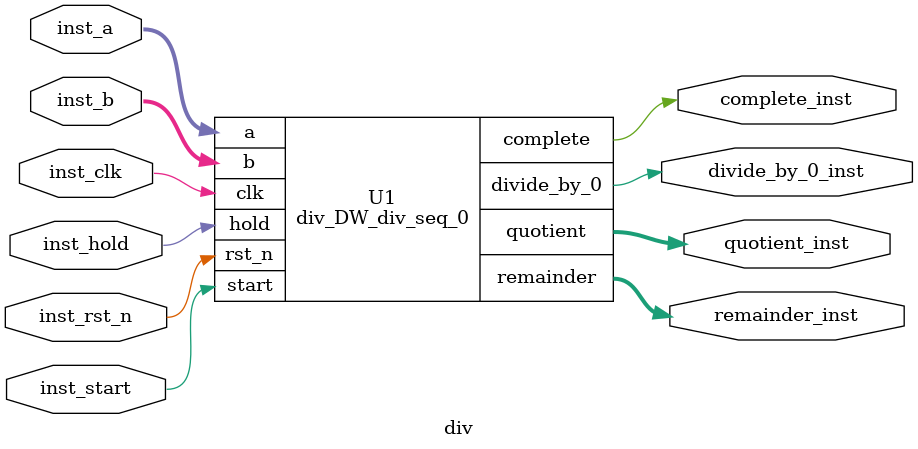
<source format=v>


module div_DW01_add_0 ( A, B, CI, SUM, CO );
  input [8:0] A;
  input [8:0] B;
  output [8:0] SUM;
  input CI;
  output CO;
  wire   n1;
  wire   [8:2] carry;

  FAX1 U1_7 ( .A(A[7]), .B(B[7]), .C(carry[7]), .YC(carry[8]), .YS(SUM[7]) );
  FAX1 U1_6 ( .A(A[6]), .B(B[6]), .C(carry[6]), .YC(carry[7]), .YS(SUM[6]) );
  FAX1 U1_5 ( .A(A[5]), .B(B[5]), .C(carry[5]), .YC(carry[6]), .YS(SUM[5]) );
  FAX1 U1_4 ( .A(A[4]), .B(B[4]), .C(carry[4]), .YC(carry[5]), .YS(SUM[4]) );
  FAX1 U1_3 ( .A(A[3]), .B(B[3]), .C(carry[3]), .YC(carry[4]), .YS(SUM[3]) );
  FAX1 U1_2 ( .A(A[2]), .B(B[2]), .C(carry[2]), .YC(carry[3]), .YS(SUM[2]) );
  FAX1 U1_1 ( .A(A[1]), .B(B[1]), .C(n1), .YC(carry[2]), .YS(SUM[1]) );
  OR2X1 U1 ( .A(A[0]), .B(B[0]), .Y(n1) );
  XNOR2X1 U2 ( .A(B[0]), .B(A[0]), .Y(SUM[0]) );
  OR2X1 U3 ( .A(A[8]), .B(carry[8]), .Y(CO) );
endmodule


module div_DW01_add_1 ( A, B, CI, SUM, CO );
  input [8:0] A;
  input [8:0] B;
  output [8:0] SUM;
  input CI;
  output CO;
  wire   n1;
  wire   [8:2] carry;

  FAX1 U1_7 ( .A(A[7]), .B(B[7]), .C(carry[7]), .YC(carry[8]), .YS(SUM[7]) );
  FAX1 U1_6 ( .A(A[6]), .B(B[6]), .C(carry[6]), .YC(carry[7]), .YS(SUM[6]) );
  FAX1 U1_5 ( .A(A[5]), .B(B[5]), .C(carry[5]), .YC(carry[6]), .YS(SUM[5]) );
  FAX1 U1_4 ( .A(A[4]), .B(B[4]), .C(carry[4]), .YC(carry[5]), .YS(SUM[4]) );
  FAX1 U1_3 ( .A(A[3]), .B(B[3]), .C(carry[3]), .YC(carry[4]), .YS(SUM[3]) );
  FAX1 U1_2 ( .A(A[2]), .B(B[2]), .C(carry[2]), .YC(carry[3]), .YS(SUM[2]) );
  FAX1 U1_1 ( .A(A[1]), .B(B[1]), .C(n1), .YC(carry[2]), .YS(SUM[1]) );
  OR2X1 U1 ( .A(A[0]), .B(B[0]), .Y(n1) );
  XNOR2X1 U2 ( .A(B[0]), .B(A[0]), .Y(SUM[0]) );
  OR2X1 U3 ( .A(A[8]), .B(carry[8]), .Y(CO) );
endmodule


module div_DW01_add_2 ( A, B, CI, SUM, CO );
  input [8:0] A;
  input [8:0] B;
  output [8:0] SUM;
  input CI;
  output CO;
  wire   n1;
  wire   [8:2] carry;

  FAX1 U1_7 ( .A(A[7]), .B(B[7]), .C(carry[7]), .YC(carry[8]), .YS(SUM[7]) );
  FAX1 U1_6 ( .A(A[6]), .B(B[6]), .C(carry[6]), .YC(carry[7]), .YS(SUM[6]) );
  FAX1 U1_5 ( .A(A[5]), .B(B[5]), .C(carry[5]), .YC(carry[6]), .YS(SUM[5]) );
  FAX1 U1_4 ( .A(A[4]), .B(B[4]), .C(carry[4]), .YC(carry[5]), .YS(SUM[4]) );
  FAX1 U1_3 ( .A(A[3]), .B(B[3]), .C(carry[3]), .YC(carry[4]), .YS(SUM[3]) );
  FAX1 U1_2 ( .A(A[2]), .B(B[2]), .C(carry[2]), .YC(carry[3]), .YS(SUM[2]) );
  FAX1 U1_1 ( .A(A[1]), .B(B[1]), .C(n1), .YC(carry[2]), .YS(SUM[1]) );
  OR2X1 U1 ( .A(A[0]), .B(B[0]), .Y(n1) );
  XNOR2X1 U2 ( .A(B[0]), .B(A[0]), .Y(SUM[0]) );
  OR2X1 U3 ( .A(A[8]), .B(carry[8]), .Y(CO) );
endmodule


module div_DW_div_seq_0 ( clk, rst_n, hold, start, a, b, complete, divide_by_0, 
        quotient, remainder );
  input [7:0] a;
  input [7:0] b;
  output [7:0] quotient;
  output [7:0] remainder;
  input clk, rst_n, hold, start;
  output complete, divide_by_0;
  wire   hold_n, first_cyc, pr_2__8_, pr_1__1_, temp_part_rem_2__7_,
         temp_part_rem_2__6_, temp_part_rem_2__5_, temp_part_rem_2__4_,
         temp_part_rem_2__3_, temp_part_rem_2__2_, temp_part_rem_2__1_,
         temp_part_rem_2__0_, temp_part_rem_1__7_, temp_part_rem_1__6_,
         temp_part_rem_1__5_, temp_part_rem_1__4_, temp_part_rem_1__3_,
         temp_part_rem_1__2_, temp_part_rem_1__1_, temp_part_rem_1__0_,
         temp_part_rem_0__7_, temp_part_rem_0__6_, temp_part_rem_0__5_,
         temp_part_rem_0__4_, temp_part_rem_0__3_, temp_part_rem_0__2_,
         temp_part_rem_0__1_, temp_part_rem_0__0_, pr_state, start_q, nx_state,
         N15, N16, N17, N18, N19, N20, N21, N22, N23, N24, N25, N26, N27, N28,
         N29, N30, N31, N32, U_COUNT_tercnt_d, U_COUNT_tercnt_cmp_bus_0_,
         U_COUNT_next_count_2_, U_COUNT_load_n, n13, n14, n15, n16, n17, n18,
         n19, n20, n21, n22, n23, n24, n25, n26, n27, n28, n29, n30, n31, n32,
         n33, n34, n35, n36, n37, n38, n39, n40, n61, n62, n63, n64, n65, n66,
         n67, n68, n69, n70, n71, n72, n73, n74, n75, n76, n77, n78, n79, n80,
         n81, n82, n83, n84, n85, n86, n87, n88, n89, n90, n91, n92, n93, n94,
         n95, n99, n101, n102, n103, n104, n105, n106, n107, n108, n110, n112,
         n114, n116, n118, n120, n122, n124, n125, n126, n127, n128, n129,
         n130, n131, n132, n133, n134, n135, n136, n137, n138, n139, n140,
         n141, n142, n143, n144, n145, n146, n147, n148, n149, n150, n151,
         n152, n153, n154, n155, n156, n157, n158, n159, n160, n161, n162,
         n163, n164, n165, n166, n167, n168, n170, n171, n172, n173, n174,
         n175, n176, n177, n178, n179, n180, n181, n182, n183, n184, n185,
         n186, n187, n188, n189, n190, n191, n192, n193, n194, n195, n196,
         n197, n198, n199, n200, n201, n202, n203, n204, n205, n206, n207,
         SYNOPSYS_UNCONNECTED_1, SYNOPSYS_UNCONNECTED_2,
         SYNOPSYS_UNCONNECTED_3;
  wire   [2:0] a_in_temp0;
  wire   [7:0] part_rem_0;
  wire   [5:0] final_quotient;
  wire   [7:0] final_remainder;
  wire   [7:0] b_in;
  wire   [2:0] temp_q_rev;
  wire   [2:0] U_COUNT_count_inc;
  wire   [2:0] U_COUNT_count;

  div_DW01_add_0 U_ADD_0 ( .A({part_rem_0, n84}), .B({1'b1, n161, n162, n163, 
        n164, n165, n166, n167, n168}), .CI(1'b1), .SUM({
        SYNOPSYS_UNCONNECTED_1, temp_part_rem_0__7_, temp_part_rem_0__6_, 
        temp_part_rem_0__5_, temp_part_rem_0__4_, temp_part_rem_0__3_, 
        temp_part_rem_0__2_, temp_part_rem_0__1_, temp_part_rem_0__0_}), .CO(
        temp_q_rev[2]) );
  div_DW01_add_1 U_ADD_1 ( .A({n134, n135, n136, n137, n138, n139, n140, 
        pr_1__1_, n85}), .B({1'b1, n161, n162, n163, n164, n165, n166, n167, 
        n168}), .CI(1'b1), .SUM({SYNOPSYS_UNCONNECTED_2, temp_part_rem_1__7_, 
        temp_part_rem_1__6_, temp_part_rem_1__5_, temp_part_rem_1__4_, 
        temp_part_rem_1__3_, temp_part_rem_1__2_, temp_part_rem_1__1_, 
        temp_part_rem_1__0_}), .CO(temp_q_rev[1]) );
  div_DW01_add_2 U_ADD_2 ( .A({pr_2__8_, n126, n127, n128, n129, n130, n131, 
        n132, n86}), .B({1'b1, n161, n162, n163, n164, n165, n166, n167, n168}), .CI(1'b1), .SUM({SYNOPSYS_UNCONNECTED_3, temp_part_rem_2__7_, 
        temp_part_rem_2__6_, temp_part_rem_2__5_, temp_part_rem_2__4_, 
        temp_part_rem_2__3_, temp_part_rem_2__2_, temp_part_rem_2__1_, 
        temp_part_rem_2__0_}), .CO(temp_q_rev[0]) );
  DFFSR b_reg_reg_7_ ( .D(n124), .CLK(clk), .R(1'b1), .S(rst_n), .Q(b_in[7])
         );
  DFFSR b_reg_reg_6_ ( .D(n122), .CLK(clk), .R(1'b1), .S(rst_n), .Q(b_in[6])
         );
  DFFSR b_reg_reg_5_ ( .D(n120), .CLK(clk), .R(1'b1), .S(rst_n), .Q(b_in[5])
         );
  DFFSR b_reg_reg_4_ ( .D(n118), .CLK(clk), .R(1'b1), .S(rst_n), .Q(b_in[4])
         );
  DFFSR b_reg_reg_3_ ( .D(n116), .CLK(clk), .R(1'b1), .S(rst_n), .Q(b_in[3])
         );
  DFFSR b_reg_reg_2_ ( .D(n114), .CLK(clk), .R(1'b1), .S(rst_n), .Q(b_in[2])
         );
  DFFSR b_reg_reg_1_ ( .D(n112), .CLK(clk), .R(1'b1), .S(rst_n), .Q(b_in[1])
         );
  DFFSR b_reg_reg_0_ ( .D(n110), .CLK(clk), .R(1'b1), .S(rst_n), .Q(b_in[0])
         );
  DFFSR U_COUNT_U2_1 ( .D(U_COUNT_tercnt_d), .CLK(clk), .R(rst_n), .S(1'b1), 
        .Q(n99) );
  DFFSR U_COUNT_U1_3_2 ( .D(U_COUNT_next_count_2_), .CLK(clk), .R(rst_n), .S(
        1'b1), .Q(U_COUNT_count[2]) );
  DFFSR U_COUNT_U1_3_1 ( .D(n92), .CLK(clk), .R(rst_n), .S(1'b1), .Q(
        U_COUNT_count[1]) );
  DFFSR U_COUNT_U1_3_0 ( .D(U_COUNT_tercnt_cmp_bus_0_), .CLK(clk), .R(rst_n), 
        .S(1'b1), .Q(U_COUNT_count[0]) );
  DFFSR pr_state_reg ( .D(nx_state), .CLK(clk), .R(1'b1), .S(rst_n), .Q(
        pr_state) );
  DFFSR start_q_reg ( .D(start), .CLK(clk), .R(rst_n), .S(1'b1), .Q(start_q)
         );
  DFFSR start_reg_reg ( .D(N15), .CLK(clk), .R(rst_n), .S(1'b1), .Q(first_cyc)
         );
  DFFSR shf_reg_reg_0__0_ ( .D(N24), .CLK(clk), .R(rst_n), .S(1'b1), .Q(
        a_in_temp0[0]) );
  DFFSR shf_reg_reg_2__1_ ( .D(N31), .CLK(clk), .R(rst_n), .S(1'b1), .Q(
        final_quotient[3]) );
  DFFSR shf_reg_reg_1__1_ ( .D(N28), .CLK(clk), .R(rst_n), .S(1'b1), .Q(
        final_quotient[4]) );
  DFFSR shf_reg_reg_0__1_ ( .D(N25), .CLK(clk), .R(rst_n), .S(1'b1), .Q(
        final_quotient[5]) );
  DFFSR shf_reg_reg_2__0_ ( .D(N30), .CLK(clk), .R(rst_n), .S(1'b1), .Q(
        a_in_temp0[2]) );
  DFFSR shf_reg_reg_1__0_ ( .D(N27), .CLK(clk), .R(rst_n), .S(1'b1), .Q(
        a_in_temp0[1]) );
  DFFSR shf_reg_reg_1__2_ ( .D(N29), .CLK(clk), .R(rst_n), .S(1'b1), .Q(
        final_quotient[1]) );
  DFFSR shf_reg_reg_0__2_ ( .D(N26), .CLK(clk), .R(rst_n), .S(1'b1), .Q(
        final_quotient[2]) );
  DFFSR part_rem_reg_reg_6_ ( .D(N22), .CLK(clk), .R(rst_n), .S(1'b1), .Q(
        final_remainder[6]) );
  DFFSR part_rem_reg_reg_3_ ( .D(N19), .CLK(clk), .R(rst_n), .S(1'b1), .Q(
        final_remainder[3]) );
  DFFSR part_rem_reg_reg_0_ ( .D(N16), .CLK(clk), .R(rst_n), .S(1'b1), .Q(
        final_remainder[0]) );
  DFFSR part_rem_reg_reg_5_ ( .D(N21), .CLK(clk), .R(rst_n), .S(1'b1), .Q(
        final_remainder[5]) );
  DFFSR part_rem_reg_reg_2_ ( .D(N18), .CLK(clk), .R(rst_n), .S(1'b1), .Q(
        final_remainder[2]) );
  DFFSR part_rem_reg_reg_7_ ( .D(N23), .CLK(clk), .R(rst_n), .S(1'b1), .Q(
        final_remainder[7]) );
  DFFSR part_rem_reg_reg_4_ ( .D(N20), .CLK(clk), .R(rst_n), .S(1'b1), .Q(
        final_remainder[4]) );
  DFFSR part_rem_reg_reg_1_ ( .D(N17), .CLK(clk), .R(rst_n), .S(1'b1), .Q(
        final_remainder[1]) );
  DFFSR shf_reg_reg_2__2_ ( .D(N32), .CLK(clk), .R(rst_n), .S(1'b1), .Q(
        final_quotient[0]) );
  AND2X1 U4 ( .A(n76), .B(n151), .Y(part_rem_0[5]) );
  AND2X1 U5 ( .A(n73), .B(n151), .Y(part_rem_0[1]) );
  AND2X1 U6 ( .A(n74), .B(n151), .Y(part_rem_0[4]) );
  AND2X1 U7 ( .A(n72), .B(n151), .Y(part_rem_0[2]) );
  AND2X1 U8 ( .A(n67), .B(n151), .Y(part_rem_0[0]) );
  AND2X1 U9 ( .A(n75), .B(n151), .Y(part_rem_0[3]) );
  AND2X1 U10 ( .A(n71), .B(n151), .Y(part_rem_0[6]) );
  AND2X1 U11 ( .A(n151), .B(n77), .Y(part_rem_0[7]) );
  AND2X1 U12 ( .A(n22), .B(n160), .Y(nx_state) );
  BUFX2 U13 ( .A(first_cyc), .Y(n13) );
  BUFX2 U14 ( .A(start_q), .Y(n14) );
  BUFX2 U15 ( .A(n99), .Y(n15) );
  BUFX2 U16 ( .A(b_in[0]), .Y(n16) );
  BUFX2 U17 ( .A(b_in[1]), .Y(n17) );
  BUFX2 U18 ( .A(b_in[2]), .Y(n18) );
  BUFX2 U19 ( .A(b_in[3]), .Y(n19) );
  BUFX2 U20 ( .A(b_in[4]), .Y(n20) );
  BUFX2 U21 ( .A(b_in[5]), .Y(n21) );
  BUFX2 U22 ( .A(pr_state), .Y(n22) );
  BUFX2 U23 ( .A(n178), .Y(n23) );
  BUFX2 U24 ( .A(n180), .Y(n24) );
  BUFX2 U25 ( .A(n181), .Y(n25) );
  BUFX2 U26 ( .A(n182), .Y(n26) );
  BUFX2 U27 ( .A(n183), .Y(n27) );
  BUFX2 U28 ( .A(n184), .Y(n28) );
  BUFX2 U29 ( .A(n185), .Y(n29) );
  BUFX2 U30 ( .A(n187), .Y(n30) );
  BUFX2 U31 ( .A(n191), .Y(n31) );
  BUFX2 U32 ( .A(n194), .Y(n32) );
  BUFX2 U33 ( .A(n197), .Y(n33) );
  BUFX2 U34 ( .A(n200), .Y(n34) );
  BUFX2 U35 ( .A(n203), .Y(n35) );
  BUFX2 U36 ( .A(n205), .Y(n36) );
  BUFX2 U37 ( .A(n207), .Y(n37) );
  BUFX2 U38 ( .A(n172), .Y(n38) );
  AND2X1 U39 ( .A(n166), .B(n165), .Y(n173) );
  INVX1 U40 ( .A(n173), .Y(n39) );
  AND2X1 U41 ( .A(n168), .B(n167), .Y(n174) );
  INVX1 U42 ( .A(n174), .Y(n40) );
  AND2X1 U63 ( .A(n179), .B(n65), .Y(n186) );
  INVX1 U64 ( .A(n186), .Y(n61) );
  OR2X1 U65 ( .A(n66), .B(n78), .Y(n175) );
  INVX1 U66 ( .A(n175), .Y(n62) );
  AND2X1 U67 ( .A(n82), .B(n94), .Y(n93) );
  INVX1 U68 ( .A(n93), .Y(n63) );
  AND2X1 U69 ( .A(n90), .B(n83), .Y(n94) );
  BUFX2 U70 ( .A(U_COUNT_count[2]), .Y(n64) );
  BUFX2 U71 ( .A(final_quotient[5]), .Y(n65) );
  BUFX2 U72 ( .A(b_in[7]), .Y(n66) );
  BUFX2 U73 ( .A(final_remainder[0]), .Y(n67) );
  BUFX2 U74 ( .A(final_quotient[3]), .Y(n68) );
  BUFX2 U75 ( .A(final_quotient[4]), .Y(n69) );
  AND2X1 U76 ( .A(U_COUNT_load_n), .B(U_COUNT_count_inc[1]), .Y(n92) );
  INVX1 U77 ( .A(n92), .Y(n70) );
  BUFX2 U78 ( .A(final_remainder[6]), .Y(n71) );
  BUFX2 U79 ( .A(final_remainder[2]), .Y(n72) );
  BUFX2 U80 ( .A(final_remainder[1]), .Y(n73) );
  BUFX2 U81 ( .A(final_remainder[4]), .Y(n74) );
  BUFX2 U82 ( .A(final_remainder[3]), .Y(n75) );
  BUFX2 U83 ( .A(final_remainder[5]), .Y(n76) );
  BUFX2 U84 ( .A(final_remainder[7]), .Y(n77) );
  BUFX2 U85 ( .A(b_in[6]), .Y(n78) );
  BUFX2 U86 ( .A(final_quotient[0]), .Y(n79) );
  BUFX2 U87 ( .A(final_quotient[1]), .Y(n80) );
  BUFX2 U88 ( .A(final_quotient[2]), .Y(n81) );
  BUFX2 U89 ( .A(U_COUNT_count[1]), .Y(n82) );
  BUFX2 U90 ( .A(U_COUNT_count[0]), .Y(n83) );
  BUFX2 U91 ( .A(a_in_temp0[0]), .Y(n84) );
  BUFX2 U92 ( .A(a_in_temp0[1]), .Y(n85) );
  BUFX2 U93 ( .A(a_in_temp0[2]), .Y(n86) );
  INVX1 U94 ( .A(temp_part_rem_1__7_), .Y(n133) );
  INVX1 U95 ( .A(n201), .Y(n130) );
  INVX1 U96 ( .A(n198), .Y(n129) );
  INVX1 U97 ( .A(n195), .Y(n128) );
  INVX1 U98 ( .A(n192), .Y(n127) );
  INVX1 U99 ( .A(n189), .Y(n126) );
  INVX1 U100 ( .A(temp_q_rev[0]), .Y(n125) );
  AND2X1 U101 ( .A(temp_q_rev[0]), .B(n90), .Y(n177) );
  BUFX2 U102 ( .A(nx_state), .Y(n89) );
  INVX1 U103 ( .A(U_COUNT_count_inc[0]), .Y(n95) );
  BUFX2 U104 ( .A(temp_q_rev[1]), .Y(n87) );
  INVX1 U105 ( .A(n171), .Y(n134) );
  INVX1 U106 ( .A(n204), .Y(n131) );
  INVX1 U107 ( .A(n202), .Y(n140) );
  INVX1 U108 ( .A(n199), .Y(n139) );
  INVX1 U109 ( .A(n196), .Y(n138) );
  INVX1 U110 ( .A(n193), .Y(n137) );
  INVX1 U111 ( .A(n190), .Y(n136) );
  INVX1 U112 ( .A(n170), .Y(n135) );
  INVX1 U113 ( .A(n21), .Y(n163) );
  INVX1 U114 ( .A(n20), .Y(n164) );
  INVX1 U115 ( .A(n18), .Y(n166) );
  INVX1 U116 ( .A(n19), .Y(n165) );
  INVX1 U117 ( .A(n17), .Y(n167) );
  INVX1 U118 ( .A(n16), .Y(n168) );
  INVX1 U119 ( .A(n86), .Y(n144) );
  INVX1 U120 ( .A(n85), .Y(n147) );
  INVX1 U121 ( .A(n14), .Y(n160) );
  INVX1 U122 ( .A(start), .Y(U_COUNT_load_n) );
  INVX1 U123 ( .A(n81), .Y(n148) );
  INVX1 U124 ( .A(n69), .Y(n146) );
  INVX1 U125 ( .A(n80), .Y(n145) );
  INVX1 U126 ( .A(n68), .Y(n143) );
  INVX1 U127 ( .A(n79), .Y(n142) );
  INVX1 U128 ( .A(n77), .Y(n152) );
  INVX1 U129 ( .A(n71), .Y(n153) );
  INVX1 U130 ( .A(n75), .Y(n156) );
  INVX1 U131 ( .A(n67), .Y(n159) );
  INVX1 U132 ( .A(n74), .Y(n155) );
  INVX1 U133 ( .A(n73), .Y(n158) );
  INVX1 U134 ( .A(n76), .Y(n154) );
  INVX1 U135 ( .A(n72), .Y(n157) );
  INVX1 U136 ( .A(n65), .Y(n149) );
  INVX1 U137 ( .A(temp_part_rem_0__0_), .Y(n141) );
  INVX1 U138 ( .A(n78), .Y(n162) );
  INVX1 U139 ( .A(n66), .Y(n161) );
  BUFX2 U140 ( .A(temp_q_rev[2]), .Y(n88) );
  INVX1 U141 ( .A(n206), .Y(n132) );
  INVX1 U142 ( .A(n13), .Y(n151) );
  INVX1 U143 ( .A(n84), .Y(n150) );
  OAI21X1 U144 ( .A(hold), .B(n15), .C(U_COUNT_load_n), .Y(n90) );
  OAI21X1 U145 ( .A(hold), .B(n15), .C(U_COUNT_load_n), .Y(n91) );
  AND2X1 U146 ( .A(U_COUNT_count_inc[2]), .B(U_COUNT_load_n), .Y(
        U_COUNT_next_count_2_) );
  AND2X1 U147 ( .A(U_COUNT_count_inc[0]), .B(U_COUNT_load_n), .Y(
        U_COUNT_tercnt_cmp_bus_0_) );
  NOR3X1 U148 ( .A(n95), .B(U_COUNT_count_inc[2]), .C(n70), .Y(
        U_COUNT_tercnt_d) );
  XNOR2X1 U149 ( .A(n64), .B(n63), .Y(U_COUNT_count_inc[2]) );
  XOR2X1 U150 ( .A(n82), .B(n94), .Y(U_COUNT_count_inc[1]) );
  XOR2X1 U151 ( .A(n91), .B(n83), .Y(U_COUNT_count_inc[0]) );
  MUX2X1 U156 ( .B(n101), .A(n168), .S(U_COUNT_load_n), .Y(n110) );
  MUX2X1 U157 ( .B(n102), .A(n167), .S(U_COUNT_load_n), .Y(n112) );
  MUX2X1 U158 ( .B(n103), .A(n166), .S(U_COUNT_load_n), .Y(n114) );
  MUX2X1 U159 ( .B(n104), .A(n165), .S(U_COUNT_load_n), .Y(n116) );
  MUX2X1 U160 ( .B(n105), .A(n164), .S(U_COUNT_load_n), .Y(n118) );
  MUX2X1 U161 ( .B(n106), .A(n163), .S(U_COUNT_load_n), .Y(n120) );
  MUX2X1 U162 ( .B(n107), .A(n162), .S(U_COUNT_load_n), .Y(n122) );
  MUX2X1 U163 ( .B(n108), .A(n161), .S(U_COUNT_load_n), .Y(n124) );
  INVX1 U164 ( .A(b[0]), .Y(n101) );
  INVX1 U165 ( .A(b[1]), .Y(n102) );
  INVX1 U166 ( .A(b[2]), .Y(n103) );
  INVX1 U167 ( .A(b[3]), .Y(n104) );
  INVX1 U168 ( .A(b[4]), .Y(n105) );
  INVX1 U169 ( .A(b[5]), .Y(n106) );
  INVX1 U170 ( .A(b[6]), .Y(n107) );
  INVX1 U171 ( .A(b[7]), .Y(n108) );
  NOR2X1 U180 ( .A(n152), .B(n89), .Y(remainder[7]) );
  NOR2X1 U181 ( .A(n153), .B(n89), .Y(remainder[6]) );
  NOR2X1 U182 ( .A(n154), .B(n89), .Y(remainder[5]) );
  NOR2X1 U183 ( .A(n155), .B(n89), .Y(remainder[4]) );
  NOR2X1 U184 ( .A(n156), .B(n89), .Y(remainder[3]) );
  NOR2X1 U185 ( .A(n157), .B(n89), .Y(remainder[2]) );
  NOR2X1 U186 ( .A(n158), .B(n89), .Y(remainder[1]) );
  NOR2X1 U187 ( .A(n159), .B(n89), .Y(remainder[0]) );
  NOR2X1 U188 ( .A(n147), .B(n89), .Y(quotient[7]) );
  NOR2X1 U189 ( .A(n144), .B(n89), .Y(quotient[6]) );
  NOR2X1 U190 ( .A(n149), .B(n89), .Y(quotient[5]) );
  NOR2X1 U191 ( .A(n146), .B(n89), .Y(quotient[4]) );
  NOR2X1 U192 ( .A(n143), .B(n89), .Y(quotient[3]) );
  NOR2X1 U193 ( .A(n148), .B(n89), .Y(quotient[2]) );
  NOR2X1 U194 ( .A(n145), .B(n89), .Y(quotient[1]) );
  NOR2X1 U195 ( .A(n142), .B(n89), .Y(quotient[0]) );
  MUX2X1 U196 ( .B(n170), .A(n133), .S(n87), .Y(pr_2__8_) );
  MUX2X1 U197 ( .B(part_rem_0[6]), .A(temp_part_rem_0__7_), .S(n88), .Y(n171)
         );
  MUX2X1 U198 ( .B(part_rem_0[5]), .A(temp_part_rem_0__6_), .S(n88), .Y(n170)
         );
  NOR3X1 U199 ( .A(n38), .B(n39), .C(n40), .Y(divide_by_0) );
  NAND3X1 U200 ( .A(n164), .B(n163), .C(n62), .Y(n172) );
  AND2X1 U202 ( .A(U_COUNT_load_n), .B(n15), .Y(complete) );
  OAI21X1 U203 ( .A(n91), .B(n142), .C(n176), .Y(N32) );
  MUX2X1 U204 ( .B(n177), .A(a[0]), .S(start), .Y(n176) );
  OAI21X1 U205 ( .A(hold_n), .B(n143), .C(n23), .Y(N31) );
  AOI22X1 U206 ( .A(n179), .B(n79), .C(a[3]), .D(start), .Y(n178) );
  OAI21X1 U207 ( .A(n90), .B(n144), .C(n24), .Y(N30) );
  AOI22X1 U208 ( .A(n179), .B(n68), .C(a[6]), .D(start), .Y(n180) );
  OAI21X1 U209 ( .A(n91), .B(n145), .C(n25), .Y(N29) );
  AOI22X1 U210 ( .A(n179), .B(n87), .C(a[1]), .D(start), .Y(n181) );
  OAI21X1 U211 ( .A(hold_n), .B(n146), .C(n26), .Y(N28) );
  AOI22X1 U212 ( .A(n179), .B(n80), .C(a[4]), .D(start), .Y(n182) );
  OAI21X1 U213 ( .A(n90), .B(n147), .C(n27), .Y(N27) );
  AOI22X1 U214 ( .A(n179), .B(n69), .C(a[7]), .D(start), .Y(n183) );
  OAI21X1 U215 ( .A(n91), .B(n148), .C(n28), .Y(N26) );
  AOI22X1 U216 ( .A(n179), .B(n88), .C(a[2]), .D(start), .Y(n184) );
  OAI21X1 U217 ( .A(hold_n), .B(n149), .C(n29), .Y(N25) );
  AOI22X1 U218 ( .A(n179), .B(n81), .C(a[5]), .D(start), .Y(n185) );
  OAI21X1 U219 ( .A(n90), .B(n150), .C(n61), .Y(N24) );
  AND2X1 U220 ( .A(hold_n), .B(U_COUNT_load_n), .Y(n179) );
  OAI21X1 U221 ( .A(n91), .B(n152), .C(n30), .Y(N23) );
  AOI22X1 U222 ( .A(n188), .B(n126), .C(temp_part_rem_2__7_), .D(n177), .Y(
        n187) );
  MUX2X1 U223 ( .B(n136), .A(temp_part_rem_1__6_), .S(n87), .Y(n189) );
  MUX2X1 U224 ( .B(part_rem_0[4]), .A(temp_part_rem_0__5_), .S(n88), .Y(n190)
         );
  OAI21X1 U225 ( .A(hold_n), .B(n153), .C(n31), .Y(N22) );
  AOI22X1 U226 ( .A(n188), .B(n127), .C(temp_part_rem_2__6_), .D(n177), .Y(
        n191) );
  MUX2X1 U227 ( .B(n137), .A(temp_part_rem_1__5_), .S(n87), .Y(n192) );
  MUX2X1 U228 ( .B(part_rem_0[3]), .A(temp_part_rem_0__4_), .S(n88), .Y(n193)
         );
  OAI21X1 U229 ( .A(n90), .B(n154), .C(n32), .Y(N21) );
  AOI22X1 U230 ( .A(n188), .B(n128), .C(temp_part_rem_2__5_), .D(n177), .Y(
        n194) );
  MUX2X1 U231 ( .B(n138), .A(temp_part_rem_1__4_), .S(n87), .Y(n195) );
  MUX2X1 U232 ( .B(part_rem_0[2]), .A(temp_part_rem_0__3_), .S(n88), .Y(n196)
         );
  OAI21X1 U233 ( .A(n91), .B(n155), .C(n33), .Y(N20) );
  AOI22X1 U234 ( .A(n188), .B(n129), .C(temp_part_rem_2__4_), .D(n177), .Y(
        n197) );
  MUX2X1 U235 ( .B(n139), .A(temp_part_rem_1__3_), .S(n87), .Y(n198) );
  MUX2X1 U236 ( .B(part_rem_0[1]), .A(temp_part_rem_0__2_), .S(n88), .Y(n199)
         );
  OAI21X1 U237 ( .A(hold_n), .B(n156), .C(n34), .Y(N19) );
  AOI22X1 U238 ( .A(n188), .B(n130), .C(temp_part_rem_2__3_), .D(n177), .Y(
        n200) );
  MUX2X1 U239 ( .B(n140), .A(temp_part_rem_1__2_), .S(n87), .Y(n201) );
  MUX2X1 U240 ( .B(part_rem_0[0]), .A(temp_part_rem_0__1_), .S(n88), .Y(n202)
         );
  OAI21X1 U241 ( .A(n90), .B(n157), .C(n35), .Y(N18) );
  AOI22X1 U242 ( .A(n188), .B(n131), .C(temp_part_rem_2__2_), .D(n177), .Y(
        n203) );
  MUX2X1 U243 ( .B(pr_1__1_), .A(temp_part_rem_1__1_), .S(n87), .Y(n204) );
  MUX2X1 U244 ( .B(n150), .A(n141), .S(n88), .Y(pr_1__1_) );
  OAI21X1 U245 ( .A(n91), .B(n158), .C(n36), .Y(N17) );
  AOI22X1 U246 ( .A(n188), .B(n132), .C(temp_part_rem_2__1_), .D(n177), .Y(
        n205) );
  MUX2X1 U247 ( .B(n85), .A(temp_part_rem_1__0_), .S(n87), .Y(n206) );
  OAI21X1 U248 ( .A(hold_n), .B(n159), .C(n37), .Y(N16) );
  AOI22X1 U249 ( .A(n188), .B(n86), .C(temp_part_rem_2__0_), .D(n177), .Y(n207) );
  AND2X1 U250 ( .A(hold_n), .B(n125), .Y(n188) );
  OAI21X1 U251 ( .A(n90), .B(n151), .C(U_COUNT_load_n), .Y(N15) );
  OAI21X1 U252 ( .A(hold), .B(n15), .C(U_COUNT_load_n), .Y(hold_n) );
endmodule


module div ( inst_clk, inst_rst_n, inst_hold, inst_start, inst_a, inst_b, 
        complete_inst, divide_by_0_inst, quotient_inst, remainder_inst );
  input [7:0] inst_a;
  input [7:0] inst_b;
  output [7:0] quotient_inst;
  output [7:0] remainder_inst;
  input inst_clk, inst_rst_n, inst_hold, inst_start;
  output complete_inst, divide_by_0_inst;


  div_DW_div_seq_0 U1 ( .clk(inst_clk), .rst_n(inst_rst_n), .hold(inst_hold), 
        .start(inst_start), .a(inst_a), .b(inst_b), .complete(complete_inst), 
        .divide_by_0(divide_by_0_inst), .quotient(quotient_inst), .remainder(
        remainder_inst) );
endmodule


</source>
